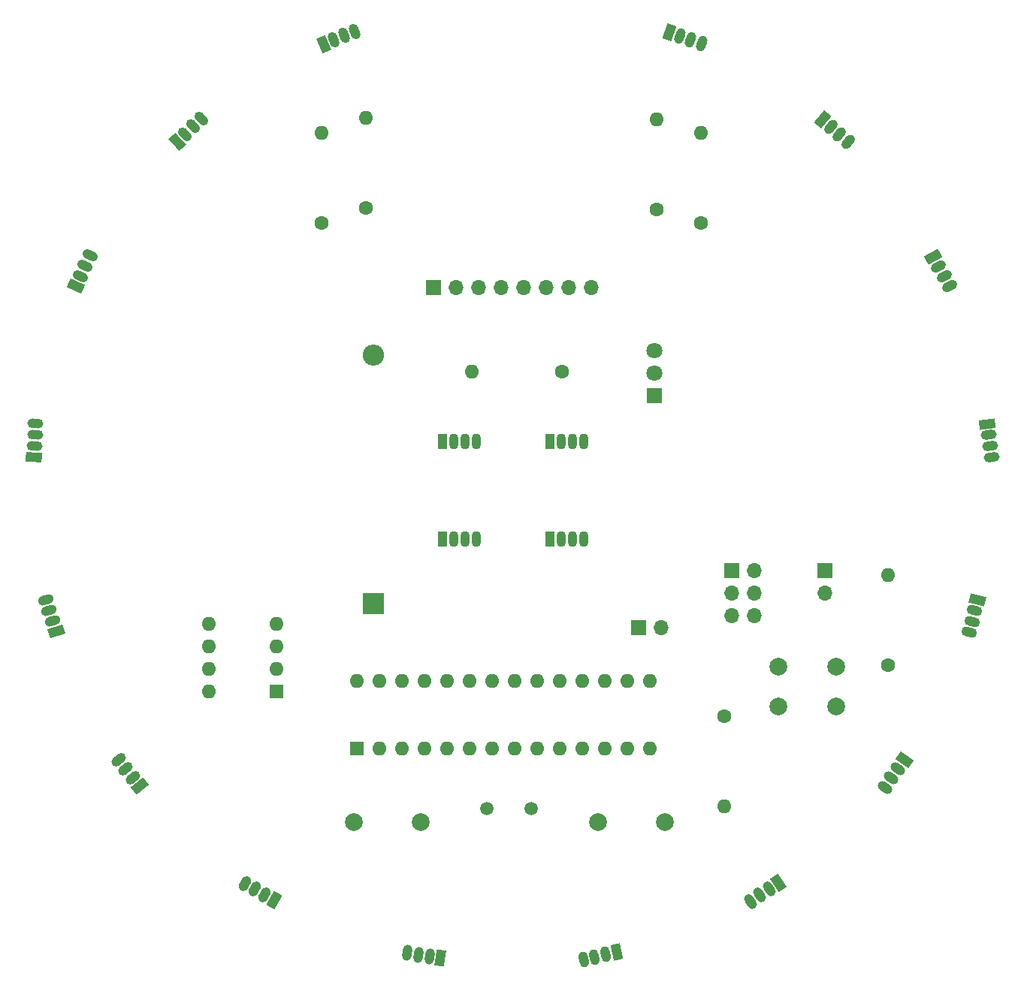
<source format=gbr>
%TF.GenerationSoftware,KiCad,Pcbnew,(6.0.9)*%
%TF.CreationDate,2022-11-13T20:23:47+01:00*%
%TF.ProjectId,afm_saucer,61666d5f-7361-4756-9365-722e6b696361,rev?*%
%TF.SameCoordinates,Original*%
%TF.FileFunction,Soldermask,Bot*%
%TF.FilePolarity,Negative*%
%FSLAX46Y46*%
G04 Gerber Fmt 4.6, Leading zero omitted, Abs format (unit mm)*
G04 Created by KiCad (PCBNEW (6.0.9)) date 2022-11-13 20:23:47*
%MOMM*%
%LPD*%
G01*
G04 APERTURE LIST*
G04 Aperture macros list*
%AMHorizOval*
0 Thick line with rounded ends*
0 $1 width*
0 $2 $3 position (X,Y) of the first rounded end (center of the circle)*
0 $4 $5 position (X,Y) of the second rounded end (center of the circle)*
0 Add line between two ends*
20,1,$1,$2,$3,$4,$5,0*
0 Add two circle primitives to create the rounded ends*
1,1,$1,$2,$3*
1,1,$1,$4,$5*%
%AMRotRect*
0 Rectangle, with rotation*
0 The origin of the aperture is its center*
0 $1 length*
0 $2 width*
0 $3 Rotation angle, in degrees counterclockwise*
0 Add horizontal line*
21,1,$1,$2,0,0,$3*%
G04 Aperture macros list end*
%ADD10R,1.700000X1.700000*%
%ADD11O,1.700000X1.700000*%
%ADD12RotRect,1.070000X1.800000X23.200000*%
%ADD13HorizOval,1.070000X-0.143789X0.335484X0.143789X-0.335484X0*%
%ADD14RotRect,1.070000X1.800000X213.800000*%
%ADD15HorizOval,1.070000X-0.203048X0.303309X0.203048X-0.303309X0*%
%ADD16C,1.600000*%
%ADD17O,1.600000X1.600000*%
%ADD18RotRect,1.070000X1.800000X129.100000*%
%ADD19HorizOval,1.070000X0.283257X0.230197X-0.283257X-0.230197X0*%
%ADD20R,1.070000X1.800000*%
%ADD21O,1.070000X1.800000*%
%ADD22RotRect,1.070000X1.800000X340.800000*%
%ADD23HorizOval,1.070000X-0.120036X-0.344697X0.120036X0.344697X0*%
%ADD24RotRect,1.070000X1.800000X107.900000*%
%ADD25HorizOval,1.070000X0.347332X0.112185X-0.347332X-0.112185X0*%
%ADD26C,2.000000*%
%ADD27RotRect,1.070000X1.800000X256.100000*%
%ADD28HorizOval,1.070000X-0.354312X0.087683X0.354312X-0.087683X0*%
%ADD29RotRect,1.070000X1.800000X171.400000*%
%ADD30HorizOval,1.070000X0.054580X0.360896X-0.054580X-0.360896X0*%
%ADD31R,1.800000X1.800000*%
%ADD32C,1.800000*%
%ADD33RotRect,1.070000X1.800000X150.200000*%
%ADD34HorizOval,1.070000X0.181395X0.316734X-0.181395X-0.316734X0*%
%ADD35RotRect,1.070000X1.800000X298.500000*%
%ADD36HorizOval,1.070000X-0.320768X-0.174163X0.320768X0.174163X0*%
%ADD37RotRect,1.070000X1.800000X44.400000*%
%ADD38HorizOval,1.070000X-0.255377X0.260783X0.255377X-0.260783X0*%
%ADD39R,1.600000X1.600000*%
%ADD40RotRect,1.070000X1.800000X277.300000*%
%ADD41HorizOval,1.070000X-0.362041X-0.046379X0.362041X0.046379X0*%
%ADD42R,2.400000X2.400000*%
%ADD43O,2.400000X2.400000*%
%ADD44RotRect,1.070000X1.800000X192.600000*%
%ADD45HorizOval,1.070000X-0.079622X0.356210X0.079622X-0.356210X0*%
%ADD46RotRect,1.070000X1.800000X319.600000*%
%ADD47HorizOval,1.070000X-0.236564X-0.277961X0.236564X0.277961X0*%
%ADD48RotRect,1.070000X1.800000X65.500000*%
%ADD49HorizOval,1.070000X-0.332136X0.151363X0.332136X-0.151363X0*%
%ADD50RotRect,1.070000X1.800000X86.700000*%
%ADD51HorizOval,1.070000X-0.364395X0.021011X0.364395X-0.021011X0*%
%ADD52RotRect,1.070000X1.800000X234.900000*%
%ADD53HorizOval,1.070000X-0.298625X0.209877X0.298625X-0.209877X0*%
%ADD54C,1.500000*%
G04 APERTURE END LIST*
D10*
%TO.C,J2*%
X135200000Y-109725000D03*
D11*
X135200000Y-112265000D03*
%TD*%
D12*
%TO.C,D1*%
X78702036Y-50369216D03*
D13*
X79869338Y-49868910D03*
X81036640Y-49368604D03*
X82203942Y-48868297D03*
%TD*%
D14*
%TO.C,D10*%
X129972258Y-144897496D03*
D15*
X128916908Y-145603991D03*
X127861557Y-146310487D03*
X126806207Y-147016982D03*
%TD*%
D16*
%TO.C,R4*%
X116250000Y-69000000D03*
D17*
X116250000Y-58840000D03*
%TD*%
D18*
%TO.C,D6*%
X58029219Y-134031652D03*
D19*
X57228261Y-133046073D03*
X56427302Y-132060494D03*
X55626344Y-131074915D03*
%TD*%
D20*
%TO.C,D19*%
X92100000Y-106100000D03*
D21*
X93370000Y-106100000D03*
X94640000Y-106100000D03*
X95910000Y-106100000D03*
%TD*%
D20*
%TO.C,D20*%
X104200000Y-106100000D03*
D21*
X105470000Y-106100000D03*
X106740000Y-106100000D03*
X108010000Y-106100000D03*
%TD*%
D16*
%TO.C,R5*%
X123900000Y-126100000D03*
D17*
X123900000Y-136260000D03*
%TD*%
D22*
%TO.C,D16*%
X117698266Y-49007438D03*
D23*
X118897624Y-49425099D03*
X120096982Y-49842759D03*
X121296340Y-50260420D03*
%TD*%
D20*
%TO.C,D17*%
X92100000Y-95100000D03*
D21*
X93370000Y-95100000D03*
X94640000Y-95100000D03*
X95910000Y-95100000D03*
%TD*%
D16*
%TO.C,R7*%
X83500000Y-68830000D03*
D17*
X83500000Y-58670000D03*
%TD*%
D20*
%TO.C,D18*%
X104200000Y-95100000D03*
D21*
X105470000Y-95100000D03*
X106740000Y-95100000D03*
X108010000Y-95100000D03*
%TD*%
D24*
%TO.C,D5*%
X48564795Y-116591332D03*
D25*
X48174452Y-115382807D03*
X47784109Y-114174282D03*
X47393766Y-112965757D03*
%TD*%
D26*
%TO.C,SW2*%
X130000000Y-120500000D03*
X136500000Y-120500000D03*
X130000000Y-125000000D03*
X136500000Y-125000000D03*
%TD*%
D10*
%TO.C,J3*%
X124725000Y-109725000D03*
D11*
X127265000Y-109725000D03*
X124725000Y-112265000D03*
X127265000Y-112265000D03*
X124725000Y-114805000D03*
X127265000Y-114805000D03*
%TD*%
D26*
%TO.C,C3*%
X117150000Y-138100000D03*
X109650000Y-138100000D03*
%TD*%
D27*
%TO.C,D12*%
X152381515Y-112965972D03*
D28*
X152076425Y-114198782D03*
X151771336Y-115431592D03*
X151466246Y-116664402D03*
%TD*%
D16*
%TO.C,R2*%
X78500000Y-70500000D03*
D17*
X78500000Y-60340000D03*
%TD*%
D29*
%TO.C,D8*%
X91895849Y-153401524D03*
D30*
X90640128Y-153211614D03*
X89384408Y-153021704D03*
X88128687Y-152831794D03*
%TD*%
D16*
%TO.C,R3*%
X121250000Y-70500000D03*
D17*
X121250000Y-60340000D03*
%TD*%
D31*
%TO.C,U1*%
X116020000Y-90000000D03*
D32*
X116020000Y-87460000D03*
X116020000Y-84920000D03*
%TD*%
D10*
%TO.C,J1*%
X91125000Y-77775000D03*
D11*
X93665000Y-77775000D03*
X96205000Y-77775000D03*
X98745000Y-77775000D03*
X101285000Y-77775000D03*
X103825000Y-77775000D03*
X106365000Y-77775000D03*
X108905000Y-77775000D03*
%TD*%
D16*
%TO.C,R6*%
X105580000Y-87250000D03*
D17*
X95420000Y-87250000D03*
%TD*%
D33*
%TO.C,D7*%
X73146895Y-146881881D03*
D34*
X72044833Y-146250724D03*
X70942771Y-145619567D03*
X69840709Y-144988410D03*
%TD*%
D10*
%TO.C,SW1*%
X114250000Y-116125000D03*
D11*
X116790000Y-116125000D03*
%TD*%
D35*
%TO.C,D14*%
X147427862Y-74265277D03*
D36*
X148033854Y-75381375D03*
X148639845Y-76497472D03*
X149245837Y-77613570D03*
%TD*%
D37*
%TO.C,D2*%
X62206663Y-61391611D03*
D38*
X63114043Y-60503039D03*
X64021424Y-59614466D03*
X64928804Y-58725894D03*
%TD*%
D39*
%TO.C,SW3*%
X73400000Y-123300000D03*
D17*
X73400000Y-120760000D03*
X73400000Y-118220000D03*
X73400000Y-115680000D03*
X65780000Y-115680000D03*
X65780000Y-118220000D03*
X65780000Y-120760000D03*
X65780000Y-123300000D03*
%TD*%
D40*
%TO.C,D13*%
X153520786Y-93154143D03*
D41*
X153682158Y-94413849D03*
X153843530Y-95673555D03*
X154004902Y-96933261D03*
%TD*%
D42*
%TO.C,C1*%
X84300000Y-113400000D03*
D43*
X84300000Y-85400000D03*
%TD*%
D44*
%TO.C,D9*%
X111723763Y-152709117D03*
D45*
X110484349Y-152986159D03*
X109244934Y-153263201D03*
X108005520Y-153540243D03*
%TD*%
D16*
%TO.C,R1*%
X142300000Y-120400000D03*
D17*
X142300000Y-110240000D03*
%TD*%
D26*
%TO.C,C2*%
X89650000Y-138100000D03*
X82150000Y-138100000D03*
%TD*%
D46*
%TO.C,D15*%
X134922340Y-58852324D03*
D47*
X135889494Y-59675436D03*
X136856647Y-60498549D03*
X137823801Y-61321661D03*
%TD*%
D48*
%TO.C,D3*%
X50806757Y-77639360D03*
D49*
X51333417Y-76483709D03*
X51860078Y-75328058D03*
X52386738Y-74172408D03*
%TD*%
D50*
%TO.C,D4*%
X46046296Y-96907235D03*
D51*
X46119402Y-95639341D03*
X46192509Y-94371447D03*
X46265615Y-93103553D03*
%TD*%
D52*
%TO.C,D11*%
X144156721Y-131024014D03*
D53*
X143426464Y-132063064D03*
X142696208Y-133102114D03*
X141965951Y-134141164D03*
%TD*%
D54*
%TO.C,Y1*%
X97100000Y-136500000D03*
X102100000Y-136500000D03*
%TD*%
D39*
%TO.C,U2*%
X82500000Y-129800000D03*
D17*
X85040000Y-129800000D03*
X87580000Y-129800000D03*
X90120000Y-129800000D03*
X92660000Y-129800000D03*
X95200000Y-129800000D03*
X97740000Y-129800000D03*
X100280000Y-129800000D03*
X102820000Y-129800000D03*
X105360000Y-129800000D03*
X107900000Y-129800000D03*
X110440000Y-129800000D03*
X112980000Y-129800000D03*
X115520000Y-129800000D03*
X115520000Y-122180000D03*
X112980000Y-122180000D03*
X110440000Y-122180000D03*
X107900000Y-122180000D03*
X105360000Y-122180000D03*
X102820000Y-122180000D03*
X100280000Y-122180000D03*
X97740000Y-122180000D03*
X95200000Y-122180000D03*
X92660000Y-122180000D03*
X90120000Y-122180000D03*
X87580000Y-122180000D03*
X85040000Y-122180000D03*
X82500000Y-122180000D03*
%TD*%
M02*

</source>
